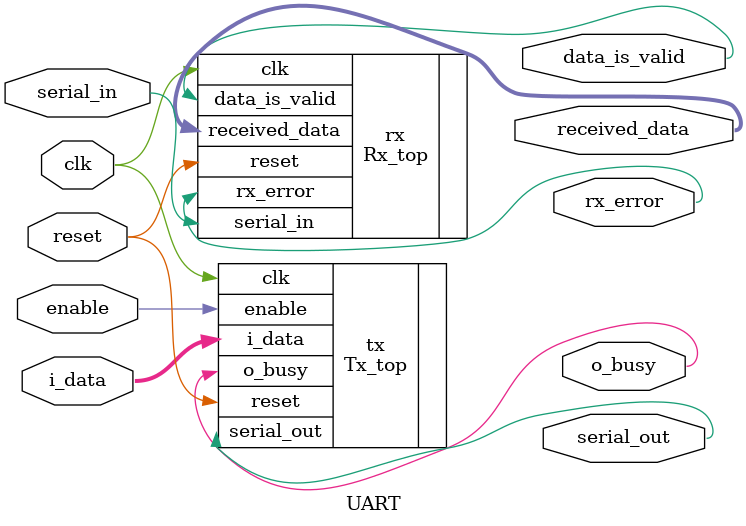
<source format=v>
module UART(clk, reset, serial_out, enable, i_data, o_busy, serial_in, received_data, data_is_valid, rx_error
`ifdef FORMAL
	, state, baud_clk
`endif
);

parameter INPUT_DATA_WIDTH = 8;
parameter PARITY_ENABLED = 1;

input clk;
input reset; 

// transmitter signals
input enable;
input [(INPUT_DATA_WIDTH-1):0] i_data;
output reg o_busy;
output serial_out;

`ifdef FORMAL
output baud_clk;
`endif

// receiver signals
input serial_in;
output reg data_is_valid;
output reg rx_error;
output reg [(INPUT_DATA_WIDTH-1):0] received_data;

`ifdef FORMAL
localparam NUMBER_OF_BITS = INPUT_DATA_WIDTH + 3;   // 1 start bit, 8 data bits, 1 parity bit, 1 stop bit
output [($clog2(NUMBER_OF_BITS)-1) : 0] state;
`endif

// UART transmitter
Tx_top tx (.clk(clk), .reset(reset), .enable(enable), .i_data(i_data), .o_busy(o_busy), .serial_out(serial_out)
`ifdef FORMAL
	, .baud_clk(baud_clk)
`endif
);

// UART receiver
Rx_top rx (.clk(clk), .reset(reset), .serial_in(serial_in), .received_data(received_data), .rx_error(rx_error), .data_is_valid(data_is_valid)
`ifdef FORMAL
	, .state(state)
`endif
);

endmodule

</source>
